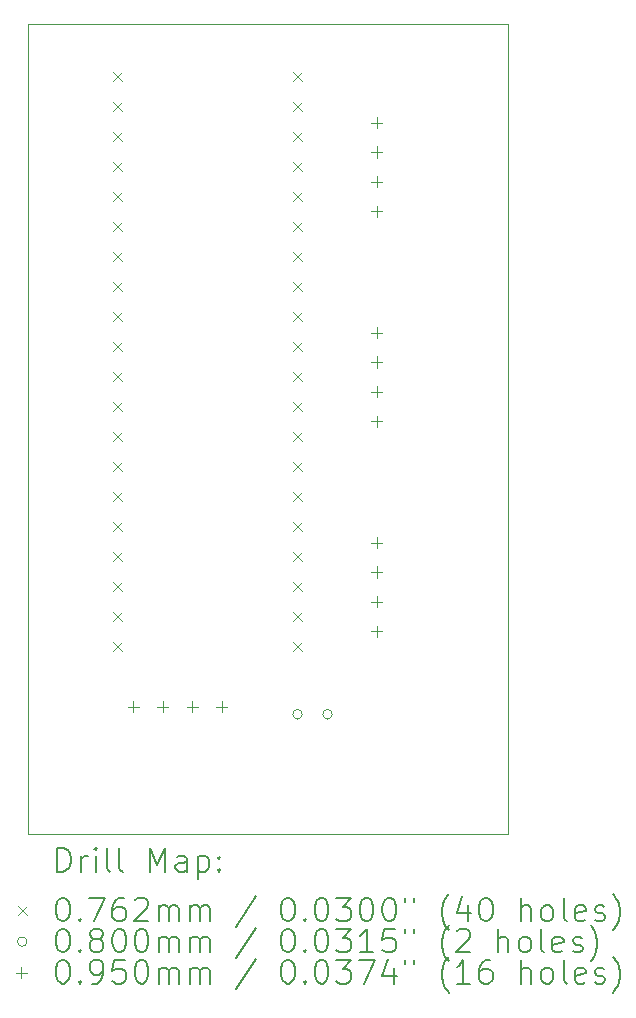
<source format=gbr>
%FSLAX45Y45*%
G04 Gerber Fmt 4.5, Leading zero omitted, Abs format (unit mm)*
G04 Created by KiCad (PCBNEW 6.0.2+dfsg-1) date 2022-08-28 17:00:19*
%MOMM*%
%LPD*%
G01*
G04 APERTURE LIST*
%TA.AperFunction,Profile*%
%ADD10C,0.100000*%
%TD*%
%ADD11C,0.200000*%
%ADD12C,0.076200*%
%ADD13C,0.080000*%
%ADD14C,0.095000*%
G04 APERTURE END LIST*
D10*
X8382000Y-16129000D02*
X8382000Y-9271000D01*
X12446000Y-16129000D02*
X8382000Y-16129000D01*
X12446000Y-9271000D02*
X12446000Y-16129000D01*
X8382000Y-9271000D02*
X12446000Y-9271000D01*
D11*
D12*
X9105900Y-9677400D02*
X9182100Y-9753600D01*
X9182100Y-9677400D02*
X9105900Y-9753600D01*
X9105900Y-9931400D02*
X9182100Y-10007600D01*
X9182100Y-9931400D02*
X9105900Y-10007600D01*
X9105900Y-10185400D02*
X9182100Y-10261600D01*
X9182100Y-10185400D02*
X9105900Y-10261600D01*
X9105900Y-10439400D02*
X9182100Y-10515600D01*
X9182100Y-10439400D02*
X9105900Y-10515600D01*
X9105900Y-10693400D02*
X9182100Y-10769600D01*
X9182100Y-10693400D02*
X9105900Y-10769600D01*
X9105900Y-10947400D02*
X9182100Y-11023600D01*
X9182100Y-10947400D02*
X9105900Y-11023600D01*
X9105900Y-11201400D02*
X9182100Y-11277600D01*
X9182100Y-11201400D02*
X9105900Y-11277600D01*
X9105900Y-11455400D02*
X9182100Y-11531600D01*
X9182100Y-11455400D02*
X9105900Y-11531600D01*
X9105900Y-11709400D02*
X9182100Y-11785600D01*
X9182100Y-11709400D02*
X9105900Y-11785600D01*
X9105900Y-11963400D02*
X9182100Y-12039600D01*
X9182100Y-11963400D02*
X9105900Y-12039600D01*
X9105900Y-12217400D02*
X9182100Y-12293600D01*
X9182100Y-12217400D02*
X9105900Y-12293600D01*
X9105900Y-12471400D02*
X9182100Y-12547600D01*
X9182100Y-12471400D02*
X9105900Y-12547600D01*
X9105900Y-12725400D02*
X9182100Y-12801600D01*
X9182100Y-12725400D02*
X9105900Y-12801600D01*
X9105900Y-12979400D02*
X9182100Y-13055600D01*
X9182100Y-12979400D02*
X9105900Y-13055600D01*
X9105900Y-13233400D02*
X9182100Y-13309600D01*
X9182100Y-13233400D02*
X9105900Y-13309600D01*
X9105900Y-13487400D02*
X9182100Y-13563600D01*
X9182100Y-13487400D02*
X9105900Y-13563600D01*
X9105900Y-13741400D02*
X9182100Y-13817600D01*
X9182100Y-13741400D02*
X9105900Y-13817600D01*
X9105900Y-13995400D02*
X9182100Y-14071600D01*
X9182100Y-13995400D02*
X9105900Y-14071600D01*
X9105900Y-14249400D02*
X9182100Y-14325600D01*
X9182100Y-14249400D02*
X9105900Y-14325600D01*
X9105900Y-14503400D02*
X9182100Y-14579600D01*
X9182100Y-14503400D02*
X9105900Y-14579600D01*
X10629900Y-9677400D02*
X10706100Y-9753600D01*
X10706100Y-9677400D02*
X10629900Y-9753600D01*
X10629900Y-9931400D02*
X10706100Y-10007600D01*
X10706100Y-9931400D02*
X10629900Y-10007600D01*
X10629900Y-10185400D02*
X10706100Y-10261600D01*
X10706100Y-10185400D02*
X10629900Y-10261600D01*
X10629900Y-10439400D02*
X10706100Y-10515600D01*
X10706100Y-10439400D02*
X10629900Y-10515600D01*
X10629900Y-10693400D02*
X10706100Y-10769600D01*
X10706100Y-10693400D02*
X10629900Y-10769600D01*
X10629900Y-10947400D02*
X10706100Y-11023600D01*
X10706100Y-10947400D02*
X10629900Y-11023600D01*
X10629900Y-11201400D02*
X10706100Y-11277600D01*
X10706100Y-11201400D02*
X10629900Y-11277600D01*
X10629900Y-11455400D02*
X10706100Y-11531600D01*
X10706100Y-11455400D02*
X10629900Y-11531600D01*
X10629900Y-11709400D02*
X10706100Y-11785600D01*
X10706100Y-11709400D02*
X10629900Y-11785600D01*
X10629900Y-11963400D02*
X10706100Y-12039600D01*
X10706100Y-11963400D02*
X10629900Y-12039600D01*
X10629900Y-12217400D02*
X10706100Y-12293600D01*
X10706100Y-12217400D02*
X10629900Y-12293600D01*
X10629900Y-12471400D02*
X10706100Y-12547600D01*
X10706100Y-12471400D02*
X10629900Y-12547600D01*
X10629900Y-12725400D02*
X10706100Y-12801600D01*
X10706100Y-12725400D02*
X10629900Y-12801600D01*
X10629900Y-12979400D02*
X10706100Y-13055600D01*
X10706100Y-12979400D02*
X10629900Y-13055600D01*
X10629900Y-13233400D02*
X10706100Y-13309600D01*
X10706100Y-13233400D02*
X10629900Y-13309600D01*
X10629900Y-13487400D02*
X10706100Y-13563600D01*
X10706100Y-13487400D02*
X10629900Y-13563600D01*
X10629900Y-13741400D02*
X10706100Y-13817600D01*
X10706100Y-13741400D02*
X10629900Y-13817600D01*
X10629900Y-13995400D02*
X10706100Y-14071600D01*
X10706100Y-13995400D02*
X10629900Y-14071600D01*
X10629900Y-14249400D02*
X10706100Y-14325600D01*
X10706100Y-14249400D02*
X10629900Y-14325600D01*
X10629900Y-14503400D02*
X10706100Y-14579600D01*
X10706100Y-14503400D02*
X10629900Y-14579600D01*
D13*
X10708000Y-15113000D02*
G75*
G03*
X10708000Y-15113000I-40000J0D01*
G01*
X10962000Y-15113000D02*
G75*
G03*
X10962000Y-15113000I-40000J0D01*
G01*
D14*
X9277000Y-15002000D02*
X9277000Y-15097000D01*
X9229500Y-15049500D02*
X9324500Y-15049500D01*
X9527000Y-15002000D02*
X9527000Y-15097000D01*
X9479500Y-15049500D02*
X9574500Y-15049500D01*
X9777000Y-15002000D02*
X9777000Y-15097000D01*
X9729500Y-15049500D02*
X9824500Y-15049500D01*
X10027000Y-15002000D02*
X10027000Y-15097000D01*
X9979500Y-15049500D02*
X10074500Y-15049500D01*
X11339000Y-10055000D02*
X11339000Y-10150000D01*
X11291500Y-10102500D02*
X11386500Y-10102500D01*
X11339000Y-10305000D02*
X11339000Y-10400000D01*
X11291500Y-10352500D02*
X11386500Y-10352500D01*
X11339000Y-10555000D02*
X11339000Y-10650000D01*
X11291500Y-10602500D02*
X11386500Y-10602500D01*
X11339000Y-10805000D02*
X11339000Y-10900000D01*
X11291500Y-10852500D02*
X11386500Y-10852500D01*
X11339000Y-11833000D02*
X11339000Y-11928000D01*
X11291500Y-11880500D02*
X11386500Y-11880500D01*
X11339000Y-12083000D02*
X11339000Y-12178000D01*
X11291500Y-12130500D02*
X11386500Y-12130500D01*
X11339000Y-12333000D02*
X11339000Y-12428000D01*
X11291500Y-12380500D02*
X11386500Y-12380500D01*
X11339000Y-12583000D02*
X11339000Y-12678000D01*
X11291500Y-12630500D02*
X11386500Y-12630500D01*
X11339000Y-13611000D02*
X11339000Y-13706000D01*
X11291500Y-13658500D02*
X11386500Y-13658500D01*
X11339000Y-13861000D02*
X11339000Y-13956000D01*
X11291500Y-13908500D02*
X11386500Y-13908500D01*
X11339000Y-14111000D02*
X11339000Y-14206000D01*
X11291500Y-14158500D02*
X11386500Y-14158500D01*
X11339000Y-14361000D02*
X11339000Y-14456000D01*
X11291500Y-14408500D02*
X11386500Y-14408500D01*
D11*
X8634619Y-16444476D02*
X8634619Y-16244476D01*
X8682238Y-16244476D01*
X8710810Y-16254000D01*
X8729857Y-16273048D01*
X8739381Y-16292095D01*
X8748905Y-16330190D01*
X8748905Y-16358762D01*
X8739381Y-16396857D01*
X8729857Y-16415905D01*
X8710810Y-16434952D01*
X8682238Y-16444476D01*
X8634619Y-16444476D01*
X8834619Y-16444476D02*
X8834619Y-16311143D01*
X8834619Y-16349238D02*
X8844143Y-16330190D01*
X8853667Y-16320667D01*
X8872714Y-16311143D01*
X8891762Y-16311143D01*
X8958429Y-16444476D02*
X8958429Y-16311143D01*
X8958429Y-16244476D02*
X8948905Y-16254000D01*
X8958429Y-16263524D01*
X8967952Y-16254000D01*
X8958429Y-16244476D01*
X8958429Y-16263524D01*
X9082238Y-16444476D02*
X9063190Y-16434952D01*
X9053667Y-16415905D01*
X9053667Y-16244476D01*
X9187000Y-16444476D02*
X9167952Y-16434952D01*
X9158429Y-16415905D01*
X9158429Y-16244476D01*
X9415571Y-16444476D02*
X9415571Y-16244476D01*
X9482238Y-16387333D01*
X9548905Y-16244476D01*
X9548905Y-16444476D01*
X9729857Y-16444476D02*
X9729857Y-16339714D01*
X9720333Y-16320667D01*
X9701286Y-16311143D01*
X9663190Y-16311143D01*
X9644143Y-16320667D01*
X9729857Y-16434952D02*
X9710810Y-16444476D01*
X9663190Y-16444476D01*
X9644143Y-16434952D01*
X9634619Y-16415905D01*
X9634619Y-16396857D01*
X9644143Y-16377809D01*
X9663190Y-16368286D01*
X9710810Y-16368286D01*
X9729857Y-16358762D01*
X9825095Y-16311143D02*
X9825095Y-16511143D01*
X9825095Y-16320667D02*
X9844143Y-16311143D01*
X9882238Y-16311143D01*
X9901286Y-16320667D01*
X9910810Y-16330190D01*
X9920333Y-16349238D01*
X9920333Y-16406381D01*
X9910810Y-16425428D01*
X9901286Y-16434952D01*
X9882238Y-16444476D01*
X9844143Y-16444476D01*
X9825095Y-16434952D01*
X10006048Y-16425428D02*
X10015571Y-16434952D01*
X10006048Y-16444476D01*
X9996524Y-16434952D01*
X10006048Y-16425428D01*
X10006048Y-16444476D01*
X10006048Y-16320667D02*
X10015571Y-16330190D01*
X10006048Y-16339714D01*
X9996524Y-16330190D01*
X10006048Y-16320667D01*
X10006048Y-16339714D01*
D12*
X8300800Y-16735900D02*
X8377000Y-16812100D01*
X8377000Y-16735900D02*
X8300800Y-16812100D01*
D11*
X8672714Y-16664476D02*
X8691762Y-16664476D01*
X8710810Y-16674000D01*
X8720333Y-16683524D01*
X8729857Y-16702571D01*
X8739381Y-16740667D01*
X8739381Y-16788286D01*
X8729857Y-16826381D01*
X8720333Y-16845429D01*
X8710810Y-16854952D01*
X8691762Y-16864476D01*
X8672714Y-16864476D01*
X8653667Y-16854952D01*
X8644143Y-16845429D01*
X8634619Y-16826381D01*
X8625095Y-16788286D01*
X8625095Y-16740667D01*
X8634619Y-16702571D01*
X8644143Y-16683524D01*
X8653667Y-16674000D01*
X8672714Y-16664476D01*
X8825095Y-16845429D02*
X8834619Y-16854952D01*
X8825095Y-16864476D01*
X8815571Y-16854952D01*
X8825095Y-16845429D01*
X8825095Y-16864476D01*
X8901286Y-16664476D02*
X9034619Y-16664476D01*
X8948905Y-16864476D01*
X9196524Y-16664476D02*
X9158429Y-16664476D01*
X9139381Y-16674000D01*
X9129857Y-16683524D01*
X9110810Y-16712095D01*
X9101286Y-16750190D01*
X9101286Y-16826381D01*
X9110810Y-16845429D01*
X9120333Y-16854952D01*
X9139381Y-16864476D01*
X9177476Y-16864476D01*
X9196524Y-16854952D01*
X9206048Y-16845429D01*
X9215571Y-16826381D01*
X9215571Y-16778762D01*
X9206048Y-16759714D01*
X9196524Y-16750190D01*
X9177476Y-16740667D01*
X9139381Y-16740667D01*
X9120333Y-16750190D01*
X9110810Y-16759714D01*
X9101286Y-16778762D01*
X9291762Y-16683524D02*
X9301286Y-16674000D01*
X9320333Y-16664476D01*
X9367952Y-16664476D01*
X9387000Y-16674000D01*
X9396524Y-16683524D01*
X9406048Y-16702571D01*
X9406048Y-16721619D01*
X9396524Y-16750190D01*
X9282238Y-16864476D01*
X9406048Y-16864476D01*
X9491762Y-16864476D02*
X9491762Y-16731143D01*
X9491762Y-16750190D02*
X9501286Y-16740667D01*
X9520333Y-16731143D01*
X9548905Y-16731143D01*
X9567952Y-16740667D01*
X9577476Y-16759714D01*
X9577476Y-16864476D01*
X9577476Y-16759714D02*
X9587000Y-16740667D01*
X9606048Y-16731143D01*
X9634619Y-16731143D01*
X9653667Y-16740667D01*
X9663190Y-16759714D01*
X9663190Y-16864476D01*
X9758429Y-16864476D02*
X9758429Y-16731143D01*
X9758429Y-16750190D02*
X9767952Y-16740667D01*
X9787000Y-16731143D01*
X9815571Y-16731143D01*
X9834619Y-16740667D01*
X9844143Y-16759714D01*
X9844143Y-16864476D01*
X9844143Y-16759714D02*
X9853667Y-16740667D01*
X9872714Y-16731143D01*
X9901286Y-16731143D01*
X9920333Y-16740667D01*
X9929857Y-16759714D01*
X9929857Y-16864476D01*
X10320333Y-16654952D02*
X10148905Y-16912095D01*
X10577476Y-16664476D02*
X10596524Y-16664476D01*
X10615571Y-16674000D01*
X10625095Y-16683524D01*
X10634619Y-16702571D01*
X10644143Y-16740667D01*
X10644143Y-16788286D01*
X10634619Y-16826381D01*
X10625095Y-16845429D01*
X10615571Y-16854952D01*
X10596524Y-16864476D01*
X10577476Y-16864476D01*
X10558429Y-16854952D01*
X10548905Y-16845429D01*
X10539381Y-16826381D01*
X10529857Y-16788286D01*
X10529857Y-16740667D01*
X10539381Y-16702571D01*
X10548905Y-16683524D01*
X10558429Y-16674000D01*
X10577476Y-16664476D01*
X10729857Y-16845429D02*
X10739381Y-16854952D01*
X10729857Y-16864476D01*
X10720333Y-16854952D01*
X10729857Y-16845429D01*
X10729857Y-16864476D01*
X10863190Y-16664476D02*
X10882238Y-16664476D01*
X10901286Y-16674000D01*
X10910810Y-16683524D01*
X10920333Y-16702571D01*
X10929857Y-16740667D01*
X10929857Y-16788286D01*
X10920333Y-16826381D01*
X10910810Y-16845429D01*
X10901286Y-16854952D01*
X10882238Y-16864476D01*
X10863190Y-16864476D01*
X10844143Y-16854952D01*
X10834619Y-16845429D01*
X10825095Y-16826381D01*
X10815571Y-16788286D01*
X10815571Y-16740667D01*
X10825095Y-16702571D01*
X10834619Y-16683524D01*
X10844143Y-16674000D01*
X10863190Y-16664476D01*
X10996524Y-16664476D02*
X11120333Y-16664476D01*
X11053667Y-16740667D01*
X11082238Y-16740667D01*
X11101286Y-16750190D01*
X11110810Y-16759714D01*
X11120333Y-16778762D01*
X11120333Y-16826381D01*
X11110810Y-16845429D01*
X11101286Y-16854952D01*
X11082238Y-16864476D01*
X11025095Y-16864476D01*
X11006048Y-16854952D01*
X10996524Y-16845429D01*
X11244143Y-16664476D02*
X11263190Y-16664476D01*
X11282238Y-16674000D01*
X11291762Y-16683524D01*
X11301286Y-16702571D01*
X11310809Y-16740667D01*
X11310809Y-16788286D01*
X11301286Y-16826381D01*
X11291762Y-16845429D01*
X11282238Y-16854952D01*
X11263190Y-16864476D01*
X11244143Y-16864476D01*
X11225095Y-16854952D01*
X11215571Y-16845429D01*
X11206048Y-16826381D01*
X11196524Y-16788286D01*
X11196524Y-16740667D01*
X11206048Y-16702571D01*
X11215571Y-16683524D01*
X11225095Y-16674000D01*
X11244143Y-16664476D01*
X11434619Y-16664476D02*
X11453667Y-16664476D01*
X11472714Y-16674000D01*
X11482238Y-16683524D01*
X11491762Y-16702571D01*
X11501286Y-16740667D01*
X11501286Y-16788286D01*
X11491762Y-16826381D01*
X11482238Y-16845429D01*
X11472714Y-16854952D01*
X11453667Y-16864476D01*
X11434619Y-16864476D01*
X11415571Y-16854952D01*
X11406048Y-16845429D01*
X11396524Y-16826381D01*
X11387000Y-16788286D01*
X11387000Y-16740667D01*
X11396524Y-16702571D01*
X11406048Y-16683524D01*
X11415571Y-16674000D01*
X11434619Y-16664476D01*
X11577476Y-16664476D02*
X11577476Y-16702571D01*
X11653667Y-16664476D02*
X11653667Y-16702571D01*
X11948905Y-16940667D02*
X11939381Y-16931143D01*
X11920333Y-16902571D01*
X11910809Y-16883524D01*
X11901286Y-16854952D01*
X11891762Y-16807333D01*
X11891762Y-16769238D01*
X11901286Y-16721619D01*
X11910809Y-16693048D01*
X11920333Y-16674000D01*
X11939381Y-16645428D01*
X11948905Y-16635905D01*
X12110809Y-16731143D02*
X12110809Y-16864476D01*
X12063190Y-16654952D02*
X12015571Y-16797810D01*
X12139381Y-16797810D01*
X12253667Y-16664476D02*
X12272714Y-16664476D01*
X12291762Y-16674000D01*
X12301286Y-16683524D01*
X12310809Y-16702571D01*
X12320333Y-16740667D01*
X12320333Y-16788286D01*
X12310809Y-16826381D01*
X12301286Y-16845429D01*
X12291762Y-16854952D01*
X12272714Y-16864476D01*
X12253667Y-16864476D01*
X12234619Y-16854952D01*
X12225095Y-16845429D01*
X12215571Y-16826381D01*
X12206048Y-16788286D01*
X12206048Y-16740667D01*
X12215571Y-16702571D01*
X12225095Y-16683524D01*
X12234619Y-16674000D01*
X12253667Y-16664476D01*
X12558428Y-16864476D02*
X12558428Y-16664476D01*
X12644143Y-16864476D02*
X12644143Y-16759714D01*
X12634619Y-16740667D01*
X12615571Y-16731143D01*
X12587000Y-16731143D01*
X12567952Y-16740667D01*
X12558428Y-16750190D01*
X12767952Y-16864476D02*
X12748905Y-16854952D01*
X12739381Y-16845429D01*
X12729857Y-16826381D01*
X12729857Y-16769238D01*
X12739381Y-16750190D01*
X12748905Y-16740667D01*
X12767952Y-16731143D01*
X12796524Y-16731143D01*
X12815571Y-16740667D01*
X12825095Y-16750190D01*
X12834619Y-16769238D01*
X12834619Y-16826381D01*
X12825095Y-16845429D01*
X12815571Y-16854952D01*
X12796524Y-16864476D01*
X12767952Y-16864476D01*
X12948905Y-16864476D02*
X12929857Y-16854952D01*
X12920333Y-16835905D01*
X12920333Y-16664476D01*
X13101286Y-16854952D02*
X13082238Y-16864476D01*
X13044143Y-16864476D01*
X13025095Y-16854952D01*
X13015571Y-16835905D01*
X13015571Y-16759714D01*
X13025095Y-16740667D01*
X13044143Y-16731143D01*
X13082238Y-16731143D01*
X13101286Y-16740667D01*
X13110809Y-16759714D01*
X13110809Y-16778762D01*
X13015571Y-16797810D01*
X13187000Y-16854952D02*
X13206048Y-16864476D01*
X13244143Y-16864476D01*
X13263190Y-16854952D01*
X13272714Y-16835905D01*
X13272714Y-16826381D01*
X13263190Y-16807333D01*
X13244143Y-16797810D01*
X13215571Y-16797810D01*
X13196524Y-16788286D01*
X13187000Y-16769238D01*
X13187000Y-16759714D01*
X13196524Y-16740667D01*
X13215571Y-16731143D01*
X13244143Y-16731143D01*
X13263190Y-16740667D01*
X13339381Y-16940667D02*
X13348905Y-16931143D01*
X13367952Y-16902571D01*
X13377476Y-16883524D01*
X13387000Y-16854952D01*
X13396524Y-16807333D01*
X13396524Y-16769238D01*
X13387000Y-16721619D01*
X13377476Y-16693048D01*
X13367952Y-16674000D01*
X13348905Y-16645428D01*
X13339381Y-16635905D01*
D13*
X8377000Y-17038000D02*
G75*
G03*
X8377000Y-17038000I-40000J0D01*
G01*
D11*
X8672714Y-16928476D02*
X8691762Y-16928476D01*
X8710810Y-16938000D01*
X8720333Y-16947524D01*
X8729857Y-16966571D01*
X8739381Y-17004667D01*
X8739381Y-17052286D01*
X8729857Y-17090381D01*
X8720333Y-17109429D01*
X8710810Y-17118952D01*
X8691762Y-17128476D01*
X8672714Y-17128476D01*
X8653667Y-17118952D01*
X8644143Y-17109429D01*
X8634619Y-17090381D01*
X8625095Y-17052286D01*
X8625095Y-17004667D01*
X8634619Y-16966571D01*
X8644143Y-16947524D01*
X8653667Y-16938000D01*
X8672714Y-16928476D01*
X8825095Y-17109429D02*
X8834619Y-17118952D01*
X8825095Y-17128476D01*
X8815571Y-17118952D01*
X8825095Y-17109429D01*
X8825095Y-17128476D01*
X8948905Y-17014190D02*
X8929857Y-17004667D01*
X8920333Y-16995143D01*
X8910810Y-16976095D01*
X8910810Y-16966571D01*
X8920333Y-16947524D01*
X8929857Y-16938000D01*
X8948905Y-16928476D01*
X8987000Y-16928476D01*
X9006048Y-16938000D01*
X9015571Y-16947524D01*
X9025095Y-16966571D01*
X9025095Y-16976095D01*
X9015571Y-16995143D01*
X9006048Y-17004667D01*
X8987000Y-17014190D01*
X8948905Y-17014190D01*
X8929857Y-17023714D01*
X8920333Y-17033238D01*
X8910810Y-17052286D01*
X8910810Y-17090381D01*
X8920333Y-17109429D01*
X8929857Y-17118952D01*
X8948905Y-17128476D01*
X8987000Y-17128476D01*
X9006048Y-17118952D01*
X9015571Y-17109429D01*
X9025095Y-17090381D01*
X9025095Y-17052286D01*
X9015571Y-17033238D01*
X9006048Y-17023714D01*
X8987000Y-17014190D01*
X9148905Y-16928476D02*
X9167952Y-16928476D01*
X9187000Y-16938000D01*
X9196524Y-16947524D01*
X9206048Y-16966571D01*
X9215571Y-17004667D01*
X9215571Y-17052286D01*
X9206048Y-17090381D01*
X9196524Y-17109429D01*
X9187000Y-17118952D01*
X9167952Y-17128476D01*
X9148905Y-17128476D01*
X9129857Y-17118952D01*
X9120333Y-17109429D01*
X9110810Y-17090381D01*
X9101286Y-17052286D01*
X9101286Y-17004667D01*
X9110810Y-16966571D01*
X9120333Y-16947524D01*
X9129857Y-16938000D01*
X9148905Y-16928476D01*
X9339381Y-16928476D02*
X9358429Y-16928476D01*
X9377476Y-16938000D01*
X9387000Y-16947524D01*
X9396524Y-16966571D01*
X9406048Y-17004667D01*
X9406048Y-17052286D01*
X9396524Y-17090381D01*
X9387000Y-17109429D01*
X9377476Y-17118952D01*
X9358429Y-17128476D01*
X9339381Y-17128476D01*
X9320333Y-17118952D01*
X9310810Y-17109429D01*
X9301286Y-17090381D01*
X9291762Y-17052286D01*
X9291762Y-17004667D01*
X9301286Y-16966571D01*
X9310810Y-16947524D01*
X9320333Y-16938000D01*
X9339381Y-16928476D01*
X9491762Y-17128476D02*
X9491762Y-16995143D01*
X9491762Y-17014190D02*
X9501286Y-17004667D01*
X9520333Y-16995143D01*
X9548905Y-16995143D01*
X9567952Y-17004667D01*
X9577476Y-17023714D01*
X9577476Y-17128476D01*
X9577476Y-17023714D02*
X9587000Y-17004667D01*
X9606048Y-16995143D01*
X9634619Y-16995143D01*
X9653667Y-17004667D01*
X9663190Y-17023714D01*
X9663190Y-17128476D01*
X9758429Y-17128476D02*
X9758429Y-16995143D01*
X9758429Y-17014190D02*
X9767952Y-17004667D01*
X9787000Y-16995143D01*
X9815571Y-16995143D01*
X9834619Y-17004667D01*
X9844143Y-17023714D01*
X9844143Y-17128476D01*
X9844143Y-17023714D02*
X9853667Y-17004667D01*
X9872714Y-16995143D01*
X9901286Y-16995143D01*
X9920333Y-17004667D01*
X9929857Y-17023714D01*
X9929857Y-17128476D01*
X10320333Y-16918952D02*
X10148905Y-17176095D01*
X10577476Y-16928476D02*
X10596524Y-16928476D01*
X10615571Y-16938000D01*
X10625095Y-16947524D01*
X10634619Y-16966571D01*
X10644143Y-17004667D01*
X10644143Y-17052286D01*
X10634619Y-17090381D01*
X10625095Y-17109429D01*
X10615571Y-17118952D01*
X10596524Y-17128476D01*
X10577476Y-17128476D01*
X10558429Y-17118952D01*
X10548905Y-17109429D01*
X10539381Y-17090381D01*
X10529857Y-17052286D01*
X10529857Y-17004667D01*
X10539381Y-16966571D01*
X10548905Y-16947524D01*
X10558429Y-16938000D01*
X10577476Y-16928476D01*
X10729857Y-17109429D02*
X10739381Y-17118952D01*
X10729857Y-17128476D01*
X10720333Y-17118952D01*
X10729857Y-17109429D01*
X10729857Y-17128476D01*
X10863190Y-16928476D02*
X10882238Y-16928476D01*
X10901286Y-16938000D01*
X10910810Y-16947524D01*
X10920333Y-16966571D01*
X10929857Y-17004667D01*
X10929857Y-17052286D01*
X10920333Y-17090381D01*
X10910810Y-17109429D01*
X10901286Y-17118952D01*
X10882238Y-17128476D01*
X10863190Y-17128476D01*
X10844143Y-17118952D01*
X10834619Y-17109429D01*
X10825095Y-17090381D01*
X10815571Y-17052286D01*
X10815571Y-17004667D01*
X10825095Y-16966571D01*
X10834619Y-16947524D01*
X10844143Y-16938000D01*
X10863190Y-16928476D01*
X10996524Y-16928476D02*
X11120333Y-16928476D01*
X11053667Y-17004667D01*
X11082238Y-17004667D01*
X11101286Y-17014190D01*
X11110810Y-17023714D01*
X11120333Y-17042762D01*
X11120333Y-17090381D01*
X11110810Y-17109429D01*
X11101286Y-17118952D01*
X11082238Y-17128476D01*
X11025095Y-17128476D01*
X11006048Y-17118952D01*
X10996524Y-17109429D01*
X11310809Y-17128476D02*
X11196524Y-17128476D01*
X11253667Y-17128476D02*
X11253667Y-16928476D01*
X11234619Y-16957048D01*
X11215571Y-16976095D01*
X11196524Y-16985619D01*
X11491762Y-16928476D02*
X11396524Y-16928476D01*
X11387000Y-17023714D01*
X11396524Y-17014190D01*
X11415571Y-17004667D01*
X11463190Y-17004667D01*
X11482238Y-17014190D01*
X11491762Y-17023714D01*
X11501286Y-17042762D01*
X11501286Y-17090381D01*
X11491762Y-17109429D01*
X11482238Y-17118952D01*
X11463190Y-17128476D01*
X11415571Y-17128476D01*
X11396524Y-17118952D01*
X11387000Y-17109429D01*
X11577476Y-16928476D02*
X11577476Y-16966571D01*
X11653667Y-16928476D02*
X11653667Y-16966571D01*
X11948905Y-17204667D02*
X11939381Y-17195143D01*
X11920333Y-17166571D01*
X11910809Y-17147524D01*
X11901286Y-17118952D01*
X11891762Y-17071333D01*
X11891762Y-17033238D01*
X11901286Y-16985619D01*
X11910809Y-16957048D01*
X11920333Y-16938000D01*
X11939381Y-16909429D01*
X11948905Y-16899905D01*
X12015571Y-16947524D02*
X12025095Y-16938000D01*
X12044143Y-16928476D01*
X12091762Y-16928476D01*
X12110809Y-16938000D01*
X12120333Y-16947524D01*
X12129857Y-16966571D01*
X12129857Y-16985619D01*
X12120333Y-17014190D01*
X12006048Y-17128476D01*
X12129857Y-17128476D01*
X12367952Y-17128476D02*
X12367952Y-16928476D01*
X12453667Y-17128476D02*
X12453667Y-17023714D01*
X12444143Y-17004667D01*
X12425095Y-16995143D01*
X12396524Y-16995143D01*
X12377476Y-17004667D01*
X12367952Y-17014190D01*
X12577476Y-17128476D02*
X12558428Y-17118952D01*
X12548905Y-17109429D01*
X12539381Y-17090381D01*
X12539381Y-17033238D01*
X12548905Y-17014190D01*
X12558428Y-17004667D01*
X12577476Y-16995143D01*
X12606048Y-16995143D01*
X12625095Y-17004667D01*
X12634619Y-17014190D01*
X12644143Y-17033238D01*
X12644143Y-17090381D01*
X12634619Y-17109429D01*
X12625095Y-17118952D01*
X12606048Y-17128476D01*
X12577476Y-17128476D01*
X12758428Y-17128476D02*
X12739381Y-17118952D01*
X12729857Y-17099905D01*
X12729857Y-16928476D01*
X12910809Y-17118952D02*
X12891762Y-17128476D01*
X12853667Y-17128476D01*
X12834619Y-17118952D01*
X12825095Y-17099905D01*
X12825095Y-17023714D01*
X12834619Y-17004667D01*
X12853667Y-16995143D01*
X12891762Y-16995143D01*
X12910809Y-17004667D01*
X12920333Y-17023714D01*
X12920333Y-17042762D01*
X12825095Y-17061810D01*
X12996524Y-17118952D02*
X13015571Y-17128476D01*
X13053667Y-17128476D01*
X13072714Y-17118952D01*
X13082238Y-17099905D01*
X13082238Y-17090381D01*
X13072714Y-17071333D01*
X13053667Y-17061810D01*
X13025095Y-17061810D01*
X13006048Y-17052286D01*
X12996524Y-17033238D01*
X12996524Y-17023714D01*
X13006048Y-17004667D01*
X13025095Y-16995143D01*
X13053667Y-16995143D01*
X13072714Y-17004667D01*
X13148905Y-17204667D02*
X13158428Y-17195143D01*
X13177476Y-17166571D01*
X13187000Y-17147524D01*
X13196524Y-17118952D01*
X13206048Y-17071333D01*
X13206048Y-17033238D01*
X13196524Y-16985619D01*
X13187000Y-16957048D01*
X13177476Y-16938000D01*
X13158428Y-16909429D01*
X13148905Y-16899905D01*
D14*
X8329500Y-17254500D02*
X8329500Y-17349500D01*
X8282000Y-17302000D02*
X8377000Y-17302000D01*
D11*
X8672714Y-17192476D02*
X8691762Y-17192476D01*
X8710810Y-17202000D01*
X8720333Y-17211524D01*
X8729857Y-17230571D01*
X8739381Y-17268667D01*
X8739381Y-17316286D01*
X8729857Y-17354381D01*
X8720333Y-17373429D01*
X8710810Y-17382952D01*
X8691762Y-17392476D01*
X8672714Y-17392476D01*
X8653667Y-17382952D01*
X8644143Y-17373429D01*
X8634619Y-17354381D01*
X8625095Y-17316286D01*
X8625095Y-17268667D01*
X8634619Y-17230571D01*
X8644143Y-17211524D01*
X8653667Y-17202000D01*
X8672714Y-17192476D01*
X8825095Y-17373429D02*
X8834619Y-17382952D01*
X8825095Y-17392476D01*
X8815571Y-17382952D01*
X8825095Y-17373429D01*
X8825095Y-17392476D01*
X8929857Y-17392476D02*
X8967952Y-17392476D01*
X8987000Y-17382952D01*
X8996524Y-17373429D01*
X9015571Y-17344857D01*
X9025095Y-17306762D01*
X9025095Y-17230571D01*
X9015571Y-17211524D01*
X9006048Y-17202000D01*
X8987000Y-17192476D01*
X8948905Y-17192476D01*
X8929857Y-17202000D01*
X8920333Y-17211524D01*
X8910810Y-17230571D01*
X8910810Y-17278190D01*
X8920333Y-17297238D01*
X8929857Y-17306762D01*
X8948905Y-17316286D01*
X8987000Y-17316286D01*
X9006048Y-17306762D01*
X9015571Y-17297238D01*
X9025095Y-17278190D01*
X9206048Y-17192476D02*
X9110810Y-17192476D01*
X9101286Y-17287714D01*
X9110810Y-17278190D01*
X9129857Y-17268667D01*
X9177476Y-17268667D01*
X9196524Y-17278190D01*
X9206048Y-17287714D01*
X9215571Y-17306762D01*
X9215571Y-17354381D01*
X9206048Y-17373429D01*
X9196524Y-17382952D01*
X9177476Y-17392476D01*
X9129857Y-17392476D01*
X9110810Y-17382952D01*
X9101286Y-17373429D01*
X9339381Y-17192476D02*
X9358429Y-17192476D01*
X9377476Y-17202000D01*
X9387000Y-17211524D01*
X9396524Y-17230571D01*
X9406048Y-17268667D01*
X9406048Y-17316286D01*
X9396524Y-17354381D01*
X9387000Y-17373429D01*
X9377476Y-17382952D01*
X9358429Y-17392476D01*
X9339381Y-17392476D01*
X9320333Y-17382952D01*
X9310810Y-17373429D01*
X9301286Y-17354381D01*
X9291762Y-17316286D01*
X9291762Y-17268667D01*
X9301286Y-17230571D01*
X9310810Y-17211524D01*
X9320333Y-17202000D01*
X9339381Y-17192476D01*
X9491762Y-17392476D02*
X9491762Y-17259143D01*
X9491762Y-17278190D02*
X9501286Y-17268667D01*
X9520333Y-17259143D01*
X9548905Y-17259143D01*
X9567952Y-17268667D01*
X9577476Y-17287714D01*
X9577476Y-17392476D01*
X9577476Y-17287714D02*
X9587000Y-17268667D01*
X9606048Y-17259143D01*
X9634619Y-17259143D01*
X9653667Y-17268667D01*
X9663190Y-17287714D01*
X9663190Y-17392476D01*
X9758429Y-17392476D02*
X9758429Y-17259143D01*
X9758429Y-17278190D02*
X9767952Y-17268667D01*
X9787000Y-17259143D01*
X9815571Y-17259143D01*
X9834619Y-17268667D01*
X9844143Y-17287714D01*
X9844143Y-17392476D01*
X9844143Y-17287714D02*
X9853667Y-17268667D01*
X9872714Y-17259143D01*
X9901286Y-17259143D01*
X9920333Y-17268667D01*
X9929857Y-17287714D01*
X9929857Y-17392476D01*
X10320333Y-17182952D02*
X10148905Y-17440095D01*
X10577476Y-17192476D02*
X10596524Y-17192476D01*
X10615571Y-17202000D01*
X10625095Y-17211524D01*
X10634619Y-17230571D01*
X10644143Y-17268667D01*
X10644143Y-17316286D01*
X10634619Y-17354381D01*
X10625095Y-17373429D01*
X10615571Y-17382952D01*
X10596524Y-17392476D01*
X10577476Y-17392476D01*
X10558429Y-17382952D01*
X10548905Y-17373429D01*
X10539381Y-17354381D01*
X10529857Y-17316286D01*
X10529857Y-17268667D01*
X10539381Y-17230571D01*
X10548905Y-17211524D01*
X10558429Y-17202000D01*
X10577476Y-17192476D01*
X10729857Y-17373429D02*
X10739381Y-17382952D01*
X10729857Y-17392476D01*
X10720333Y-17382952D01*
X10729857Y-17373429D01*
X10729857Y-17392476D01*
X10863190Y-17192476D02*
X10882238Y-17192476D01*
X10901286Y-17202000D01*
X10910810Y-17211524D01*
X10920333Y-17230571D01*
X10929857Y-17268667D01*
X10929857Y-17316286D01*
X10920333Y-17354381D01*
X10910810Y-17373429D01*
X10901286Y-17382952D01*
X10882238Y-17392476D01*
X10863190Y-17392476D01*
X10844143Y-17382952D01*
X10834619Y-17373429D01*
X10825095Y-17354381D01*
X10815571Y-17316286D01*
X10815571Y-17268667D01*
X10825095Y-17230571D01*
X10834619Y-17211524D01*
X10844143Y-17202000D01*
X10863190Y-17192476D01*
X10996524Y-17192476D02*
X11120333Y-17192476D01*
X11053667Y-17268667D01*
X11082238Y-17268667D01*
X11101286Y-17278190D01*
X11110810Y-17287714D01*
X11120333Y-17306762D01*
X11120333Y-17354381D01*
X11110810Y-17373429D01*
X11101286Y-17382952D01*
X11082238Y-17392476D01*
X11025095Y-17392476D01*
X11006048Y-17382952D01*
X10996524Y-17373429D01*
X11187000Y-17192476D02*
X11320333Y-17192476D01*
X11234619Y-17392476D01*
X11482238Y-17259143D02*
X11482238Y-17392476D01*
X11434619Y-17182952D02*
X11387000Y-17325810D01*
X11510809Y-17325810D01*
X11577476Y-17192476D02*
X11577476Y-17230571D01*
X11653667Y-17192476D02*
X11653667Y-17230571D01*
X11948905Y-17468667D02*
X11939381Y-17459143D01*
X11920333Y-17430571D01*
X11910809Y-17411524D01*
X11901286Y-17382952D01*
X11891762Y-17335333D01*
X11891762Y-17297238D01*
X11901286Y-17249619D01*
X11910809Y-17221048D01*
X11920333Y-17202000D01*
X11939381Y-17173429D01*
X11948905Y-17163905D01*
X12129857Y-17392476D02*
X12015571Y-17392476D01*
X12072714Y-17392476D02*
X12072714Y-17192476D01*
X12053667Y-17221048D01*
X12034619Y-17240095D01*
X12015571Y-17249619D01*
X12301286Y-17192476D02*
X12263190Y-17192476D01*
X12244143Y-17202000D01*
X12234619Y-17211524D01*
X12215571Y-17240095D01*
X12206048Y-17278190D01*
X12206048Y-17354381D01*
X12215571Y-17373429D01*
X12225095Y-17382952D01*
X12244143Y-17392476D01*
X12282238Y-17392476D01*
X12301286Y-17382952D01*
X12310809Y-17373429D01*
X12320333Y-17354381D01*
X12320333Y-17306762D01*
X12310809Y-17287714D01*
X12301286Y-17278190D01*
X12282238Y-17268667D01*
X12244143Y-17268667D01*
X12225095Y-17278190D01*
X12215571Y-17287714D01*
X12206048Y-17306762D01*
X12558428Y-17392476D02*
X12558428Y-17192476D01*
X12644143Y-17392476D02*
X12644143Y-17287714D01*
X12634619Y-17268667D01*
X12615571Y-17259143D01*
X12587000Y-17259143D01*
X12567952Y-17268667D01*
X12558428Y-17278190D01*
X12767952Y-17392476D02*
X12748905Y-17382952D01*
X12739381Y-17373429D01*
X12729857Y-17354381D01*
X12729857Y-17297238D01*
X12739381Y-17278190D01*
X12748905Y-17268667D01*
X12767952Y-17259143D01*
X12796524Y-17259143D01*
X12815571Y-17268667D01*
X12825095Y-17278190D01*
X12834619Y-17297238D01*
X12834619Y-17354381D01*
X12825095Y-17373429D01*
X12815571Y-17382952D01*
X12796524Y-17392476D01*
X12767952Y-17392476D01*
X12948905Y-17392476D02*
X12929857Y-17382952D01*
X12920333Y-17363905D01*
X12920333Y-17192476D01*
X13101286Y-17382952D02*
X13082238Y-17392476D01*
X13044143Y-17392476D01*
X13025095Y-17382952D01*
X13015571Y-17363905D01*
X13015571Y-17287714D01*
X13025095Y-17268667D01*
X13044143Y-17259143D01*
X13082238Y-17259143D01*
X13101286Y-17268667D01*
X13110809Y-17287714D01*
X13110809Y-17306762D01*
X13015571Y-17325810D01*
X13187000Y-17382952D02*
X13206048Y-17392476D01*
X13244143Y-17392476D01*
X13263190Y-17382952D01*
X13272714Y-17363905D01*
X13272714Y-17354381D01*
X13263190Y-17335333D01*
X13244143Y-17325810D01*
X13215571Y-17325810D01*
X13196524Y-17316286D01*
X13187000Y-17297238D01*
X13187000Y-17287714D01*
X13196524Y-17268667D01*
X13215571Y-17259143D01*
X13244143Y-17259143D01*
X13263190Y-17268667D01*
X13339381Y-17468667D02*
X13348905Y-17459143D01*
X13367952Y-17430571D01*
X13377476Y-17411524D01*
X13387000Y-17382952D01*
X13396524Y-17335333D01*
X13396524Y-17297238D01*
X13387000Y-17249619D01*
X13377476Y-17221048D01*
X13367952Y-17202000D01*
X13348905Y-17173429D01*
X13339381Y-17163905D01*
M02*

</source>
